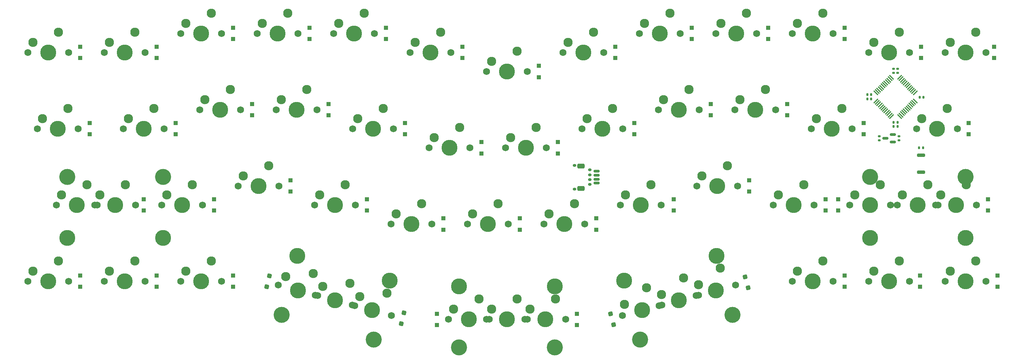
<source format=gbr>
%TF.GenerationSoftware,KiCad,Pcbnew,8.0.8*%
%TF.CreationDate,2025-03-15T15:29:21+01:00*%
%TF.ProjectId,wergob,77657267-6f62-42e6-9b69-6361645f7063,rev?*%
%TF.SameCoordinates,Original*%
%TF.FileFunction,Soldermask,Bot*%
%TF.FilePolarity,Negative*%
%FSLAX46Y46*%
G04 Gerber Fmt 4.6, Leading zero omitted, Abs format (unit mm)*
G04 Created by KiCad (PCBNEW 8.0.8) date 2025-03-15 15:29:21*
%MOMM*%
%LPD*%
G01*
G04 APERTURE LIST*
G04 Aperture macros list*
%AMRoundRect*
0 Rectangle with rounded corners*
0 $1 Rounding radius*
0 $2 $3 $4 $5 $6 $7 $8 $9 X,Y pos of 4 corners*
0 Add a 4 corners polygon primitive as box body*
4,1,4,$2,$3,$4,$5,$6,$7,$8,$9,$2,$3,0*
0 Add four circle primitives for the rounded corners*
1,1,$1+$1,$2,$3*
1,1,$1+$1,$4,$5*
1,1,$1+$1,$6,$7*
1,1,$1+$1,$8,$9*
0 Add four rect primitives between the rounded corners*
20,1,$1+$1,$2,$3,$4,$5,0*
20,1,$1+$1,$4,$5,$6,$7,0*
20,1,$1+$1,$6,$7,$8,$9,0*
20,1,$1+$1,$8,$9,$2,$3,0*%
G04 Aperture macros list end*
%ADD10C,1.750000*%
%ADD11C,3.987800*%
%ADD12C,2.300000*%
%ADD13C,4.000000*%
%ADD14RoundRect,0.150000X0.587500X0.150000X-0.587500X0.150000X-0.587500X-0.150000X0.587500X-0.150000X0*%
%ADD15RoundRect,0.250000X0.300000X-0.300000X0.300000X0.300000X-0.300000X0.300000X-0.300000X-0.300000X0*%
%ADD16RoundRect,0.140000X0.140000X0.170000X-0.140000X0.170000X-0.140000X-0.170000X0.140000X-0.170000X0*%
%ADD17RoundRect,0.250000X0.212132X-0.367423X0.367423X0.212132X-0.212132X0.367423X-0.367423X-0.212132X0*%
%ADD18RoundRect,0.075000X-0.521491X0.415425X0.415425X-0.521491X0.521491X-0.415425X-0.415425X0.521491X0*%
%ADD19RoundRect,0.075000X-0.521491X-0.415425X-0.415425X-0.521491X0.521491X0.415425X0.415425X0.521491X0*%
%ADD20RoundRect,0.150000X0.625000X-0.150000X0.625000X0.150000X-0.625000X0.150000X-0.625000X-0.150000X0*%
%ADD21RoundRect,0.250000X0.650000X-0.350000X0.650000X0.350000X-0.650000X0.350000X-0.650000X-0.350000X0*%
%ADD22RoundRect,0.135000X0.135000X0.185000X-0.135000X0.185000X-0.135000X-0.185000X0.135000X-0.185000X0*%
%ADD23RoundRect,0.140000X0.170000X-0.140000X0.170000X0.140000X-0.170000X0.140000X-0.170000X-0.140000X0*%
%ADD24RoundRect,0.140000X-0.140000X-0.170000X0.140000X-0.170000X0.140000X0.170000X-0.140000X0.170000X0*%
%ADD25RoundRect,0.140000X-0.170000X0.140000X-0.170000X-0.140000X0.170000X-0.140000X0.170000X0.140000X0*%
%ADD26RoundRect,0.150000X0.275000X-0.150000X0.275000X0.150000X-0.275000X0.150000X-0.275000X-0.150000X0*%
%ADD27RoundRect,0.175000X0.225000X-0.175000X0.225000X0.175000X-0.225000X0.175000X-0.225000X-0.175000X0*%
%ADD28RoundRect,0.250000X0.367423X-0.212132X0.212132X0.367423X-0.367423X0.212132X-0.212132X-0.367423X0*%
%ADD29RoundRect,0.200000X0.800000X-0.200000X0.800000X0.200000X-0.800000X0.200000X-0.800000X-0.200000X0*%
G04 APERTURE END LIST*
D10*
%TO.C,MX51*%
X44926250Y-71437500D03*
D11*
X50006250Y-71437500D03*
D10*
X55086250Y-71437500D03*
D12*
X46196250Y-68897500D03*
X52546250Y-66357500D03*
%TD*%
D10*
%TO.C,MX11*%
X218757500Y-28575000D03*
D11*
X223837500Y-28575000D03*
D10*
X228917500Y-28575000D03*
D12*
X220027500Y-26035000D03*
X226377500Y-23495000D03*
%TD*%
D10*
%TO.C,MX28*%
X80645000Y-66675000D03*
D11*
X85725000Y-66675000D03*
D10*
X90805000Y-66675000D03*
D12*
X81915000Y-64135000D03*
X88265000Y-61595000D03*
%TD*%
D10*
%TO.C,MX27*%
X61595000Y-71437500D03*
D11*
X66675000Y-71437500D03*
D10*
X71755000Y-71437500D03*
D12*
X62865000Y-68897500D03*
X69215000Y-66357500D03*
%TD*%
D10*
%TO.C,MX9*%
X180657500Y-28575000D03*
D11*
X185737500Y-28575000D03*
D10*
X190817500Y-28575000D03*
D12*
X181927500Y-26035000D03*
X188277500Y-23495000D03*
%TD*%
D10*
%TO.C,MX49*%
X256857500Y-90487500D03*
D11*
X261937500Y-90487500D03*
D10*
X267017500Y-90487500D03*
D12*
X258127500Y-87947500D03*
X264477500Y-85407500D03*
%TD*%
D10*
%TO.C,MX40*%
X66357500Y-90487500D03*
D11*
X71437500Y-90487500D03*
D10*
X76517500Y-90487500D03*
D12*
X67627500Y-87947500D03*
X73977500Y-85407500D03*
%TD*%
D10*
%TO.C,MX53*%
X142557500Y-100012500D03*
D11*
X147637500Y-100012500D03*
D10*
X152717500Y-100012500D03*
D12*
X143827500Y-97472500D03*
X150177500Y-94932500D03*
%TD*%
D10*
%TO.C,MX36*%
X233045000Y-71437500D03*
D11*
X238125000Y-71437500D03*
D10*
X243205000Y-71437500D03*
D12*
X234315000Y-68897500D03*
X240665000Y-66357500D03*
%TD*%
D10*
%TO.C,MX8*%
X161607500Y-33337500D03*
D11*
X166687500Y-33337500D03*
D10*
X171767500Y-33337500D03*
D12*
X162877500Y-30797500D03*
X169227500Y-28257500D03*
%TD*%
D10*
%TO.C,MX33*%
X175895000Y-71437500D03*
D11*
X180975000Y-71437500D03*
D10*
X186055000Y-71437500D03*
D12*
X177165000Y-68897500D03*
X183515000Y-66357500D03*
%TD*%
D10*
%TO.C,MX39*%
X47307500Y-90487500D03*
D11*
X52387500Y-90487500D03*
D10*
X57467500Y-90487500D03*
D12*
X48577500Y-87947500D03*
X54927500Y-85407500D03*
%TD*%
D10*
%TO.C,MX38*%
X28257500Y-90487500D03*
D11*
X33337500Y-90487500D03*
D10*
X38417500Y-90487500D03*
D12*
X29527500Y-87947500D03*
X35877500Y-85407500D03*
%TD*%
D10*
%TO.C,MX31*%
X137795000Y-76200000D03*
D11*
X142875000Y-76200000D03*
D10*
X147955000Y-76200000D03*
D12*
X139065000Y-73660000D03*
X145415000Y-71120000D03*
%TD*%
D10*
%TO.C,MX32*%
X156845000Y-76200000D03*
D11*
X161925000Y-76200000D03*
D10*
X167005000Y-76200000D03*
D12*
X158115000Y-73660000D03*
X164465000Y-71120000D03*
%TD*%
D13*
%TO.C,S3*%
X203808405Y-98915428D03*
D11*
X199864003Y-84194718D03*
D13*
X180807297Y-105078556D03*
D11*
X176862893Y-90357847D03*
%TD*%
D10*
%TO.C,MX16*%
X71120000Y-47625000D03*
D11*
X76200000Y-47625000D03*
D10*
X81280000Y-47625000D03*
D12*
X72390000Y-45085000D03*
X78740000Y-42545000D03*
%TD*%
D11*
%TO.C,S1*%
X118412107Y-90357847D03*
D13*
X114467703Y-105078556D03*
X91466595Y-98915428D03*
D11*
X95410997Y-84194718D03*
%TD*%
D10*
%TO.C,MX47*%
X218757500Y-90487500D03*
D11*
X223837500Y-90487500D03*
D10*
X228917500Y-90487500D03*
D12*
X220027500Y-87947500D03*
X226377500Y-85407500D03*
%TD*%
D10*
%TO.C,MX54*%
X185593097Y-96564801D03*
D11*
X190500000Y-95250000D03*
D10*
X195406903Y-93935199D03*
D12*
X186162422Y-93782649D03*
X191638651Y-89685696D03*
%TD*%
D10*
%TO.C,MX23*%
X204470000Y-47625000D03*
D11*
X209550000Y-47625000D03*
D10*
X214630000Y-47625000D03*
D12*
X205740000Y-45085000D03*
X212090000Y-42545000D03*
%TD*%
D13*
%TO.C,S5*%
X38100000Y-64452500D03*
D11*
X38100000Y-79692500D03*
D13*
X61912500Y-64452500D03*
D11*
X61912500Y-79692500D03*
%TD*%
D10*
%TO.C,MX37*%
X254476250Y-71437500D03*
D11*
X259556250Y-71437500D03*
D10*
X264636250Y-71437500D03*
D12*
X255746250Y-68897500D03*
X262096250Y-66357500D03*
%TD*%
D10*
%TO.C,MX17*%
X90170000Y-47625000D03*
D11*
X95250000Y-47625000D03*
D10*
X100330000Y-47625000D03*
D12*
X91440000Y-45085000D03*
X97790000Y-42545000D03*
%TD*%
D10*
%TO.C,MX25*%
X249713750Y-52387500D03*
D11*
X254793750Y-52387500D03*
D10*
X259873750Y-52387500D03*
D12*
X250983750Y-49847500D03*
X257333750Y-47307500D03*
%TD*%
D10*
%TO.C,MX34*%
X194945000Y-66675000D03*
D11*
X200025000Y-66675000D03*
D10*
X205105000Y-66675000D03*
D12*
X196215000Y-64135000D03*
X202565000Y-61595000D03*
%TD*%
D10*
%TO.C,MX52*%
X99868097Y-93935199D03*
D11*
X104775000Y-95250000D03*
D10*
X109681903Y-96564801D03*
D12*
X101752223Y-91810448D03*
X108543252Y-91000497D03*
%TD*%
D10*
%TO.C,MX3*%
X66357500Y-28575000D03*
D11*
X71437500Y-28575000D03*
D10*
X76517500Y-28575000D03*
D12*
X67627500Y-26035000D03*
X73977500Y-23495000D03*
%TD*%
D10*
%TO.C,MX7*%
X142557500Y-38100000D03*
D11*
X147637500Y-38100000D03*
D10*
X152717500Y-38100000D03*
D12*
X143827500Y-35560000D03*
X150177500Y-33020000D03*
%TD*%
D10*
%TO.C,MX21*%
X166370000Y-52387500D03*
D11*
X171450000Y-52387500D03*
D10*
X176530000Y-52387500D03*
D12*
X167640000Y-49847500D03*
X173990000Y-47307500D03*
%TD*%
D10*
%TO.C,MX12*%
X237807500Y-33337500D03*
D11*
X242887500Y-33337500D03*
D10*
X247967500Y-33337500D03*
D12*
X239077500Y-30797500D03*
X245427500Y-28257500D03*
%TD*%
D10*
%TO.C,MX14*%
X30638750Y-52387500D03*
D11*
X35718750Y-52387500D03*
D10*
X40798750Y-52387500D03*
D12*
X31908750Y-49847500D03*
X38258750Y-47307500D03*
%TD*%
D13*
%TO.C,S4*%
X238125000Y-64452500D03*
D11*
X238125000Y-79692500D03*
D13*
X261937500Y-64452500D03*
D11*
X261937500Y-79692500D03*
%TD*%
D10*
%TO.C,MX13*%
X256857500Y-33337500D03*
D11*
X261937500Y-33337500D03*
D10*
X267017500Y-33337500D03*
D12*
X258127500Y-30797500D03*
X264477500Y-28257500D03*
%TD*%
D10*
%TO.C,MX45*%
X176392654Y-99030051D03*
D11*
X181299557Y-97715251D03*
D10*
X186206460Y-96400451D03*
D12*
X176961979Y-96247900D03*
X182438207Y-92150947D03*
%TD*%
D10*
%TO.C,MX20*%
X147320000Y-57150000D03*
D11*
X152400000Y-57150000D03*
D10*
X157480000Y-57150000D03*
D12*
X148590000Y-54610000D03*
X154940000Y-52070000D03*
%TD*%
D10*
%TO.C,MX26*%
X35401250Y-71437500D03*
D11*
X40481250Y-71437500D03*
D10*
X45561250Y-71437500D03*
D12*
X36671250Y-68897500D03*
X43021250Y-66357500D03*
%TD*%
D10*
%TO.C,MX5*%
X104457500Y-28575000D03*
D11*
X109537500Y-28575000D03*
D10*
X114617500Y-28575000D03*
D12*
X105727500Y-26035000D03*
X112077500Y-23495000D03*
%TD*%
D10*
%TO.C,MX15*%
X52070000Y-52387500D03*
D11*
X57150000Y-52387500D03*
D10*
X62230000Y-52387500D03*
D12*
X53340000Y-49847500D03*
X59690000Y-47307500D03*
%TD*%
D10*
%TO.C,MX43*%
X133032500Y-100012500D03*
D11*
X138112500Y-100012500D03*
D10*
X143192500Y-100012500D03*
D12*
X134302500Y-97472500D03*
X140652500Y-94932500D03*
%TD*%
D10*
%TO.C,MX2*%
X47307500Y-33337500D03*
D11*
X52387500Y-33337500D03*
D10*
X57467500Y-33337500D03*
D12*
X48577500Y-30797500D03*
X54927500Y-28257500D03*
%TD*%
D10*
%TO.C,MX19*%
X128270000Y-57150000D03*
D11*
X133350000Y-57150000D03*
D10*
X138430000Y-57150000D03*
D12*
X129540000Y-54610000D03*
X135890000Y-52070000D03*
%TD*%
D10*
%TO.C,MX41*%
X90667654Y-91469949D03*
D11*
X95574557Y-92784749D03*
D10*
X100481460Y-94099549D03*
D12*
X92551780Y-89345197D03*
X99342810Y-88535246D03*
%TD*%
D10*
%TO.C,MX6*%
X123507500Y-33337500D03*
D11*
X128587500Y-33337500D03*
D10*
X133667500Y-33337500D03*
D12*
X124777500Y-30797500D03*
X131127500Y-28257500D03*
%TD*%
D10*
%TO.C,MX29*%
X99695000Y-71437500D03*
D11*
X104775000Y-71437500D03*
D10*
X109855000Y-71437500D03*
D12*
X100965000Y-68897500D03*
X107315000Y-66357500D03*
%TD*%
D10*
%TO.C,MX50*%
X244951250Y-71437500D03*
D11*
X250031250Y-71437500D03*
D10*
X255111250Y-71437500D03*
D12*
X246221250Y-68897500D03*
X252571250Y-66357500D03*
%TD*%
D10*
%TO.C,MX18*%
X109220000Y-52387500D03*
D11*
X114300000Y-52387500D03*
D10*
X119380000Y-52387500D03*
D12*
X110490000Y-49847500D03*
X116840000Y-47307500D03*
%TD*%
D10*
%TO.C,MX42*%
X109068540Y-96400451D03*
D11*
X113975443Y-97715251D03*
D10*
X118882346Y-99030051D03*
D12*
X110952666Y-94275699D03*
X117743696Y-93465748D03*
%TD*%
D10*
%TO.C,MX44*%
X152082500Y-100012500D03*
D11*
X157162500Y-100012500D03*
D10*
X162242500Y-100012500D03*
D12*
X153352500Y-97472500D03*
X159702500Y-94932500D03*
%TD*%
D10*
%TO.C,MX4*%
X85407500Y-28575000D03*
D11*
X90487500Y-28575000D03*
D10*
X95567500Y-28575000D03*
D12*
X86677500Y-26035000D03*
X93027500Y-23495000D03*
%TD*%
D10*
%TO.C,MX24*%
X223520000Y-52387500D03*
D11*
X228600000Y-52387500D03*
D10*
X233680000Y-52387500D03*
D12*
X224790000Y-49847500D03*
X231140000Y-47307500D03*
%TD*%
D10*
%TO.C,MX1*%
X28257500Y-33337500D03*
D11*
X33337500Y-33337500D03*
D10*
X38417500Y-33337500D03*
D12*
X29527500Y-30797500D03*
X35877500Y-28257500D03*
%TD*%
D10*
%TO.C,MX46*%
X194793540Y-94099549D03*
D11*
X199700443Y-92784749D03*
D10*
X204607346Y-91469949D03*
D12*
X195362865Y-91317398D03*
X200839093Y-87220445D03*
%TD*%
D10*
%TO.C,MX30*%
X118745000Y-76200000D03*
D11*
X123825000Y-76200000D03*
D10*
X128905000Y-76200000D03*
D12*
X120015000Y-73660000D03*
X126365000Y-71120000D03*
%TD*%
D10*
%TO.C,MX35*%
X213995000Y-71437500D03*
D11*
X219075000Y-71437500D03*
D10*
X224155000Y-71437500D03*
D12*
X215265000Y-68897500D03*
X221615000Y-66357500D03*
%TD*%
D10*
%TO.C,MX48*%
X237807500Y-90487500D03*
D11*
X242887500Y-90487500D03*
D10*
X247967500Y-90487500D03*
D12*
X239077500Y-87947500D03*
X245427500Y-85407500D03*
%TD*%
D10*
%TO.C,MX10*%
X199707500Y-28575000D03*
D11*
X204787500Y-28575000D03*
D10*
X209867500Y-28575000D03*
D12*
X200977500Y-26035000D03*
X207327500Y-23495000D03*
%TD*%
D13*
%TO.C,S2*%
X159543750Y-106997500D03*
D11*
X159543750Y-91757500D03*
D13*
X135731250Y-106997500D03*
D11*
X135731250Y-91757500D03*
%TD*%
D10*
%TO.C,MX22*%
X185420000Y-47625000D03*
D11*
X190500000Y-47625000D03*
D10*
X195580000Y-47625000D03*
D12*
X186690000Y-45085000D03*
X193040000Y-42545000D03*
%TD*%
D14*
%TO.C,U2*%
X243825000Y-53818750D03*
X243825000Y-55718750D03*
X241950000Y-54768750D03*
%TD*%
D15*
%TO.C,D24*%
X236537500Y-53787500D03*
X236537500Y-50987500D03*
%TD*%
%TO.C,D22*%
X198437500Y-49025000D03*
X198437500Y-46225000D03*
%TD*%
%TO.C,D35*%
X227012500Y-72837500D03*
X227012500Y-70037500D03*
%TD*%
D16*
%TO.C,C6*%
X244955000Y-51793750D03*
X243995000Y-51793750D03*
%TD*%
D15*
%TO.C,D39*%
X60325000Y-91887500D03*
X60325000Y-89087500D03*
%TD*%
%TO.C,D38*%
X41275000Y-91887500D03*
X41275000Y-89087500D03*
%TD*%
%TO.C,D25*%
X262731250Y-53787500D03*
X262731250Y-50987500D03*
%TD*%
%TO.C,D17*%
X103187500Y-49025000D03*
X103187500Y-46225000D03*
%TD*%
%TO.C,D19*%
X141287500Y-58550000D03*
X141287500Y-55750000D03*
%TD*%
%TO.C,D21*%
X179387500Y-53787500D03*
X179387500Y-50987500D03*
%TD*%
D17*
%TO.C,D42*%
X121280132Y-101121923D03*
X122004826Y-98417331D03*
%TD*%
D15*
%TO.C,D47*%
X231775000Y-91887500D03*
X231775000Y-89087500D03*
%TD*%
%TO.C,D48*%
X250554536Y-91887500D03*
X250554536Y-89087500D03*
%TD*%
D18*
%TO.C,U1*%
X239587124Y-43451212D03*
X239940678Y-43097658D03*
X240294231Y-42744105D03*
X240647785Y-42390551D03*
X241001338Y-42036998D03*
X241354891Y-41683445D03*
X241708445Y-41329891D03*
X242061998Y-40976338D03*
X242415551Y-40622785D03*
X242769105Y-40269231D03*
X243122658Y-39915678D03*
X243476212Y-39562124D03*
D19*
X245473788Y-39562124D03*
X245827342Y-39915678D03*
X246180895Y-40269231D03*
X246534449Y-40622785D03*
X246888002Y-40976338D03*
X247241555Y-41329891D03*
X247595109Y-41683445D03*
X247948662Y-42036998D03*
X248302215Y-42390551D03*
X248655769Y-42744105D03*
X249009322Y-43097658D03*
X249362876Y-43451212D03*
D18*
X249362876Y-45448788D03*
X249009322Y-45802342D03*
X248655769Y-46155895D03*
X248302215Y-46509449D03*
X247948662Y-46863002D03*
X247595109Y-47216555D03*
X247241555Y-47570109D03*
X246888002Y-47923662D03*
X246534449Y-48277215D03*
X246180895Y-48630769D03*
X245827342Y-48984322D03*
X245473788Y-49337876D03*
D19*
X243476212Y-49337876D03*
X243122658Y-48984322D03*
X242769105Y-48630769D03*
X242415551Y-48277215D03*
X242061998Y-47923662D03*
X241708445Y-47570109D03*
X241354891Y-47216555D03*
X241001338Y-46863002D03*
X240647785Y-46509449D03*
X240294231Y-46155895D03*
X239940678Y-45802342D03*
X239587124Y-45448788D03*
%TD*%
D15*
%TO.C,D31*%
X150812500Y-77600000D03*
X150812500Y-74800000D03*
%TD*%
D20*
%TO.C,J1*%
X169987500Y-65987500D03*
X169987500Y-64987500D03*
X169987500Y-63987500D03*
X169987500Y-62987500D03*
D21*
X166112500Y-67287500D03*
X166112500Y-61687500D03*
%TD*%
D16*
%TO.C,C2*%
X238385574Y-44921988D03*
X237425574Y-44921988D03*
%TD*%
D15*
%TO.C,D7*%
X155575000Y-39500000D03*
X155575000Y-36700000D03*
%TD*%
%TO.C,D28*%
X93662500Y-68075000D03*
X93662500Y-65275000D03*
%TD*%
D22*
%TO.C,R1*%
X251335000Y-57150000D03*
X250315000Y-57150000D03*
%TD*%
D15*
%TO.C,D34*%
X207962500Y-68075000D03*
X207962500Y-65275000D03*
%TD*%
%TO.C,D8*%
X174625000Y-34737500D03*
X174625000Y-31937500D03*
%TD*%
%TO.C,D29*%
X112712500Y-72837500D03*
X112712500Y-70037500D03*
%TD*%
%TO.C,D23*%
X217487500Y-49025000D03*
X217487500Y-46225000D03*
%TD*%
%TO.C,D5*%
X117475000Y-29975000D03*
X117475000Y-27175000D03*
%TD*%
%TO.C,D6*%
X136525000Y-34737500D03*
X136525000Y-31937500D03*
%TD*%
%TO.C,D27*%
X74612500Y-72837500D03*
X74612500Y-70037500D03*
%TD*%
%TO.C,D3*%
X79375000Y-29975000D03*
X79375000Y-27175000D03*
%TD*%
%TO.C,D26*%
X57150000Y-72837500D03*
X57150000Y-70037500D03*
%TD*%
D16*
%TO.C,C5*%
X238385574Y-43890548D03*
X237425574Y-43890548D03*
%TD*%
D15*
%TO.C,D43*%
X130175000Y-101412500D03*
X130175000Y-98612500D03*
%TD*%
D16*
%TO.C,C1*%
X244955000Y-50800000D03*
X243995000Y-50800000D03*
%TD*%
D15*
%TO.C,D36*%
X230187500Y-72837500D03*
X230187500Y-70037500D03*
%TD*%
%TO.C,D49*%
X269875000Y-91887500D03*
X269875000Y-89087500D03*
%TD*%
%TO.C,D13*%
X269081250Y-34737500D03*
X269081250Y-31937500D03*
%TD*%
D23*
%TO.C,C7*%
X243946951Y-38414298D03*
X243946951Y-37454298D03*
%TD*%
D15*
%TO.C,D44*%
X165100000Y-101412500D03*
X165100000Y-98612500D03*
%TD*%
D24*
%TO.C,C3*%
X250477005Y-44517720D03*
X251437005Y-44517720D03*
%TD*%
D15*
%TO.C,D40*%
X79375000Y-91887500D03*
X79375000Y-89087500D03*
%TD*%
D25*
%TO.C,C9*%
X245368750Y-54288750D03*
X245368750Y-55248750D03*
%TD*%
D26*
%TO.C,J2*%
X168275000Y-66287500D03*
X168275000Y-65087500D03*
X168275000Y-63887500D03*
X168275000Y-62687500D03*
D27*
X164500000Y-67437500D03*
X164500000Y-61537500D03*
%TD*%
D28*
%TO.C,D45*%
X174193597Y-101364796D03*
X173468903Y-98660204D03*
%TD*%
D23*
%TO.C,C4*%
X245034451Y-38414298D03*
X245034451Y-37454298D03*
%TD*%
D15*
%TO.C,D16*%
X84137500Y-49025000D03*
X84137500Y-46225000D03*
%TD*%
%TO.C,D11*%
X231775000Y-29975000D03*
X231775000Y-27175000D03*
%TD*%
%TO.C,D4*%
X98425000Y-29975000D03*
X98425000Y-27175000D03*
%TD*%
%TO.C,D12*%
X250825000Y-34737500D03*
X250825000Y-31937500D03*
%TD*%
%TO.C,D20*%
X160337500Y-58550000D03*
X160337500Y-55750000D03*
%TD*%
%TO.C,D10*%
X212725000Y-29975000D03*
X212725000Y-27175000D03*
%TD*%
D29*
%TO.C,SW1*%
X250825000Y-63218750D03*
X250825000Y-59018750D03*
%TD*%
D15*
%TO.C,D15*%
X65087500Y-53787500D03*
X65087500Y-50987500D03*
%TD*%
%TO.C,D30*%
X131762500Y-77600000D03*
X131762500Y-74800000D03*
%TD*%
D28*
%TO.C,D46*%
X207729825Y-92082669D03*
X207005133Y-89378077D03*
%TD*%
D15*
%TO.C,D37*%
X267493750Y-72837500D03*
X267493750Y-70037500D03*
%TD*%
D25*
%TO.C,C8*%
X240406250Y-54288750D03*
X240406250Y-55248750D03*
%TD*%
D17*
%TO.C,D41*%
X87743903Y-91839796D03*
X88468597Y-89135204D03*
%TD*%
D15*
%TO.C,D18*%
X122237500Y-53787500D03*
X122237500Y-50987500D03*
%TD*%
%TO.C,D32*%
X169862500Y-77600000D03*
X169862500Y-74800000D03*
%TD*%
%TO.C,D33*%
X189230000Y-72837500D03*
X189230000Y-70037500D03*
%TD*%
%TO.C,D2*%
X60325000Y-34737500D03*
X60325000Y-31937500D03*
%TD*%
%TO.C,D1*%
X41275000Y-34737500D03*
X41275000Y-31937500D03*
%TD*%
%TO.C,D9*%
X193675000Y-29975000D03*
X193675000Y-27175000D03*
%TD*%
%TO.C,D14*%
X43656250Y-53787500D03*
X43656250Y-50987500D03*
%TD*%
M02*

</source>
